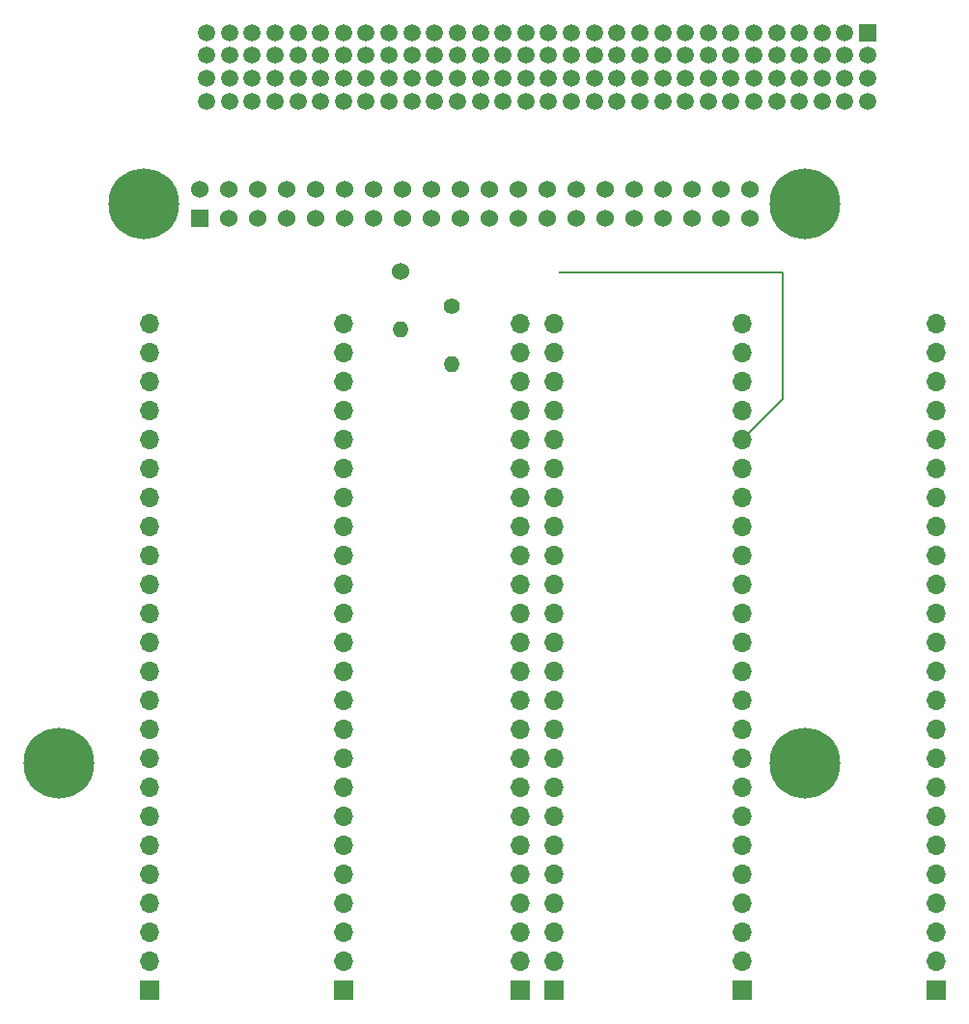
<source format=gbr>
%TF.GenerationSoftware,KiCad,Pcbnew,8.0.0*%
%TF.CreationDate,2025-01-08T23:24:48+02:00*%
%TF.ProjectId,diplomna_2024_pcb_layout,6469706c-6f6d-46e6-915f-323032345f70,rev?*%
%TF.SameCoordinates,Original*%
%TF.FileFunction,Copper,L3,Inr*%
%TF.FilePolarity,Positive*%
%FSLAX46Y46*%
G04 Gerber Fmt 4.6, Leading zero omitted, Abs format (unit mm)*
G04 Created by KiCad (PCBNEW 8.0.0) date 2025-01-08 23:24:48*
%MOMM*%
%LPD*%
G01*
G04 APERTURE LIST*
%TA.AperFunction,ComponentPad*%
%ADD10R,1.524000X1.524000*%
%TD*%
%TA.AperFunction,ComponentPad*%
%ADD11C,1.524000*%
%TD*%
%TA.AperFunction,ComponentPad*%
%ADD12C,6.200000*%
%TD*%
%TA.AperFunction,ComponentPad*%
%ADD13R,1.700000X1.700000*%
%TD*%
%TA.AperFunction,ComponentPad*%
%ADD14O,1.700000X1.700000*%
%TD*%
%TA.AperFunction,ComponentPad*%
%ADD15R,1.500000X1.500000*%
%TD*%
%TA.AperFunction,ComponentPad*%
%ADD16C,1.500000*%
%TD*%
%TA.AperFunction,ComponentPad*%
%ADD17O,1.400000X1.400000*%
%TD*%
%TA.AperFunction,ComponentPad*%
%ADD18C,1.400000*%
%TD*%
%TA.AperFunction,ViaPad*%
%ADD19C,0.300000*%
%TD*%
%TA.AperFunction,Conductor*%
%ADD20C,0.200000*%
%TD*%
G04 APERTURE END LIST*
D10*
%TO.N,3.3v*%
%TO.C,REF\u002A\u002A*%
X173370000Y-70770000D03*
D11*
%TO.N,VDD*%
X173370000Y-68230000D03*
%TO.N,sda_i2c*%
X175910000Y-70770000D03*
%TO.N,VDD*%
X175910000Y-68230000D03*
%TO.N,scl_i2c*%
X178450000Y-70770000D03*
%TO.N,GND*%
X178450000Y-68230000D03*
%TO.N,N/C*%
X180990000Y-70770000D03*
%TO.N,tx*%
X180990000Y-68230000D03*
%TO.N,GND*%
X183530000Y-70770000D03*
%TO.N,rx*%
X183530000Y-68230000D03*
%TO.N,N/C*%
X186070000Y-70770000D03*
X186070000Y-68230000D03*
X188610000Y-70770000D03*
%TO.N,GND*%
X188610000Y-68230000D03*
%TO.N,N/C*%
X191150000Y-70770000D03*
%TO.N,I/O*%
X191150000Y-68230000D03*
%TO.N,N/C*%
X193690000Y-70770000D03*
%TO.N,I/O*%
X193690000Y-68230000D03*
%TO.N,mosi*%
X196230000Y-70770000D03*
%TO.N,GND*%
X196230000Y-68230000D03*
%TO.N,miso*%
X198770000Y-70770000D03*
%TO.N,I/O*%
X198770000Y-68230000D03*
%TO.N,scl*%
X201310000Y-70770000D03*
%TO.N,I/O*%
X201310000Y-68230000D03*
%TO.N,GND*%
X203850000Y-70770000D03*
%TO.N,I/O*%
X203850000Y-68230000D03*
%TO.N,N/C*%
X206390000Y-70770000D03*
%TO.N,I/O*%
X206390000Y-68230000D03*
%TO.N,N/C*%
X208930000Y-70770000D03*
%TO.N,GND*%
X208930000Y-68230000D03*
%TO.N,N/C*%
X211470000Y-70770000D03*
X211470000Y-68230000D03*
X214010000Y-70770000D03*
%TO.N,GND*%
X214010000Y-68230000D03*
%TO.N,N/C*%
X216550000Y-70770000D03*
%TO.N,I/O*%
X216550000Y-68230000D03*
%TO.N,N/C*%
X219090000Y-70770000D03*
%TO.N,I/O*%
X219090000Y-68230000D03*
%TO.N,GND*%
X221630000Y-70770000D03*
%TO.N,I/O*%
X221630000Y-68230000D03*
D12*
%TO.N,GND*%
X168500000Y-69500000D03*
X226500000Y-69500000D03*
X226500000Y-118500000D03*
%TD*%
D13*
%TO.N,I/O*%
%TO.C,REF\u002A\u002A*%
X186000000Y-138400000D03*
D14*
X186000000Y-135860000D03*
X186000000Y-133320000D03*
X186000000Y-130780000D03*
X186000000Y-128240000D03*
X186000000Y-125700000D03*
X186000000Y-123160000D03*
%TO.N,N/C*%
X186000000Y-120620000D03*
%TO.N,CS*%
X186000000Y-118080000D03*
X186000000Y-115540000D03*
X186000000Y-113000000D03*
X186000000Y-110460000D03*
X186000000Y-107920000D03*
%TO.N,N/C*%
X186000000Y-105380000D03*
%TO.N,analog*%
X186000000Y-102840000D03*
X186000000Y-100300000D03*
%TO.N,CS*%
X186000000Y-97760000D03*
%TO.N,miso*%
X186000000Y-95220000D03*
%TO.N,mosi*%
X186000000Y-92680000D03*
%TO.N,scl*%
X186000000Y-90140000D03*
%TO.N,N/C*%
X186000000Y-87600000D03*
%TO.N,sda_i2c*%
X186000000Y-85060000D03*
%TO.N,scl_i2c*%
X186000000Y-82520000D03*
%TO.N,VDD*%
X186000000Y-79980000D03*
%TD*%
D12*
%TO.N,GND*%
%TO.C,*%
X161000000Y-118500000D03*
%TD*%
D14*
%TO.N,VDD*%
%TO.C,REF\u002A\u002A*%
X238000000Y-79980000D03*
%TO.N,N/C*%
X238000000Y-82520000D03*
X238000000Y-85060000D03*
X238000000Y-87600000D03*
X238000000Y-90140000D03*
X238000000Y-92680000D03*
X238000000Y-95220000D03*
X238000000Y-97760000D03*
X238000000Y-100300000D03*
X238000000Y-102840000D03*
X238000000Y-105380000D03*
X238000000Y-107920000D03*
X238000000Y-110460000D03*
X238000000Y-113000000D03*
X238000000Y-115540000D03*
X238000000Y-118080000D03*
X238000000Y-120620000D03*
X238000000Y-123160000D03*
X238000000Y-125700000D03*
X238000000Y-128240000D03*
X238000000Y-130780000D03*
X238000000Y-133320000D03*
X238000000Y-135860000D03*
D13*
X238000000Y-138400000D03*
%TD*%
%TO.N,I/O*%
%TO.C,REF\u002A\u002A*%
X204500000Y-138400000D03*
D14*
X204500000Y-135860000D03*
X204500000Y-133320000D03*
X204500000Y-130780000D03*
X204500000Y-128240000D03*
X204500000Y-125700000D03*
X204500000Y-123160000D03*
%TO.N,N/C*%
X204500000Y-120620000D03*
%TO.N,CS*%
X204500000Y-118080000D03*
X204500000Y-115540000D03*
X204500000Y-113000000D03*
X204500000Y-110460000D03*
X204500000Y-107920000D03*
%TO.N,N/C*%
X204500000Y-105380000D03*
%TO.N,analog*%
X204500000Y-102840000D03*
X204500000Y-100300000D03*
%TO.N,N/C*%
X204500000Y-97760000D03*
%TO.N,miso*%
X204500000Y-95220000D03*
%TO.N,mosi*%
X204500000Y-92680000D03*
%TO.N,scl*%
X204500000Y-90140000D03*
%TO.N,N/C*%
X204500000Y-87600000D03*
%TO.N,sda_i2c*%
X204500000Y-85060000D03*
%TO.N,scl_i2c*%
X204500000Y-82520000D03*
%TO.N,N/C*%
X204500000Y-79980000D03*
%TD*%
D13*
%TO.N,I/O*%
%TO.C,REF\u002A\u002A*%
X201500000Y-138400000D03*
D14*
X201500000Y-135860000D03*
X201500000Y-133320000D03*
X201500000Y-130780000D03*
X201500000Y-128240000D03*
X201500000Y-125700000D03*
X201500000Y-123160000D03*
%TO.N,N/C*%
X201500000Y-120620000D03*
%TO.N,CS*%
X201500000Y-118080000D03*
X201500000Y-115540000D03*
X201500000Y-113000000D03*
X201500000Y-110460000D03*
X201500000Y-107920000D03*
%TO.N,N/C*%
X201500000Y-105380000D03*
%TO.N,analog*%
X201500000Y-102840000D03*
X201500000Y-100300000D03*
%TO.N,N/C*%
X201500000Y-97760000D03*
%TO.N,miso*%
X201500000Y-95220000D03*
%TO.N,mosi*%
X201500000Y-92680000D03*
%TO.N,scl*%
X201500000Y-90140000D03*
%TO.N,N/C*%
X201500000Y-87600000D03*
%TO.N,sda_i2c*%
X201500000Y-85060000D03*
%TO.N,scl_i2c*%
X201500000Y-82520000D03*
%TO.N,N/C*%
X201500000Y-79980000D03*
%TD*%
D13*
%TO.N,N/C*%
%TO.C,REF\u002A\u002A*%
X169000000Y-138400000D03*
D14*
X169000000Y-135860000D03*
X169000000Y-133320000D03*
X169000000Y-130780000D03*
X169000000Y-128240000D03*
X169000000Y-125700000D03*
X169000000Y-123160000D03*
X169000000Y-120620000D03*
X169000000Y-118080000D03*
X169000000Y-115540000D03*
X169000000Y-113000000D03*
X169000000Y-110460000D03*
X169000000Y-107920000D03*
X169000000Y-105380000D03*
X169000000Y-102840000D03*
X169000000Y-100300000D03*
X169000000Y-97760000D03*
X169000000Y-95220000D03*
X169000000Y-92680000D03*
X169000000Y-90140000D03*
X169000000Y-87600000D03*
X169000000Y-85060000D03*
X169000000Y-82520000D03*
%TO.N,GND*%
X169000000Y-79980000D03*
%TD*%
D15*
%TO.N,N/C*%
%TO.C,J\u002A\u002A*%
X232000000Y-54500000D03*
D16*
X230000000Y-54500000D03*
X228000000Y-54500000D03*
X226000000Y-54500000D03*
X224000000Y-54500000D03*
X222000000Y-54500000D03*
X220000000Y-54500000D03*
X218000000Y-54500000D03*
X216000000Y-54500000D03*
X214000000Y-54500000D03*
X212000000Y-54500000D03*
X210000000Y-54500000D03*
X208000000Y-54500000D03*
X206000000Y-54500000D03*
X204000000Y-54500000D03*
X202000000Y-54500000D03*
X200000000Y-54500000D03*
X198000000Y-54500000D03*
X196000000Y-54500000D03*
X194000000Y-54500000D03*
X192000000Y-54500000D03*
X190000000Y-54500000D03*
X188000000Y-54500000D03*
X186000000Y-54500000D03*
X184000000Y-54500000D03*
X182000000Y-54500000D03*
X180000000Y-54500000D03*
X178000000Y-54500000D03*
X176000000Y-54500000D03*
%TO.N,GND*%
X174000000Y-54500000D03*
%TO.N,N/C*%
X232000000Y-56500000D03*
X230000000Y-56500000D03*
X228000000Y-56500000D03*
X226000000Y-56500000D03*
X224000000Y-56500000D03*
X222000000Y-56500000D03*
X220000000Y-56500000D03*
X218000000Y-56500000D03*
X216000000Y-56500000D03*
X214000000Y-56500000D03*
X212000000Y-56500000D03*
X210000000Y-56500000D03*
X208000000Y-56500000D03*
X206000000Y-56500000D03*
X204000000Y-56500000D03*
X202000000Y-56500000D03*
X200000000Y-56500000D03*
X198000000Y-56500000D03*
X196000000Y-56500000D03*
X194000000Y-56500000D03*
X192000000Y-56500000D03*
X190000000Y-56500000D03*
X188000000Y-56500000D03*
X186000000Y-56500000D03*
X184000000Y-56500000D03*
X182000000Y-56500000D03*
X180000000Y-56500000D03*
X178000000Y-56500000D03*
X176000000Y-56500000D03*
%TO.N,3.3v*%
X174000000Y-56500000D03*
%TO.N,N/C*%
X232000000Y-58500000D03*
X230000000Y-58500000D03*
X228000000Y-58500000D03*
X226000000Y-58500000D03*
X224000000Y-58500000D03*
X222000000Y-58500000D03*
X220000000Y-58500000D03*
X218000000Y-58500000D03*
X216000000Y-58500000D03*
X214000000Y-58500000D03*
X212000000Y-58500000D03*
X210000000Y-58500000D03*
X208000000Y-58500000D03*
X206000000Y-58500000D03*
X204000000Y-58500000D03*
X202000000Y-58500000D03*
X200000000Y-58500000D03*
X198000000Y-58500000D03*
X196000000Y-58500000D03*
X194000000Y-58500000D03*
X192000000Y-58500000D03*
X190000000Y-58500000D03*
X188000000Y-58500000D03*
X186000000Y-58500000D03*
X184000000Y-58500000D03*
X182000000Y-58500000D03*
X180000000Y-58500000D03*
X178000000Y-58500000D03*
X176000000Y-58500000D03*
%TO.N,VDD*%
X174000000Y-58500000D03*
%TO.N,N/C*%
X232000000Y-60500000D03*
X230000000Y-60500000D03*
X228000000Y-60500000D03*
X226000000Y-60500000D03*
X224000000Y-60500000D03*
X222000000Y-60500000D03*
X220000000Y-60500000D03*
X218000000Y-60500000D03*
X216000000Y-60500000D03*
%TO.N,I/O*%
X214000000Y-60500000D03*
X212000000Y-60500000D03*
X210000000Y-60500000D03*
%TO.N,N/C*%
X208000000Y-60500000D03*
X206000000Y-60500000D03*
X204000000Y-60500000D03*
X202000000Y-60500000D03*
%TO.N,I/O*%
X200000000Y-60500000D03*
X198000000Y-60500000D03*
X196000000Y-60500000D03*
X194000000Y-60500000D03*
X192000000Y-60500000D03*
X190000000Y-60500000D03*
%TO.N,N/C*%
X188000000Y-60500000D03*
%TO.N,rx*%
X186000000Y-60500000D03*
%TO.N,tx*%
X184000000Y-60500000D03*
%TO.N,N/C*%
X182000000Y-60500000D03*
%TO.N,scl_i2c*%
X180000000Y-60500000D03*
%TO.N,sda_i2c*%
X178000000Y-60500000D03*
%TO.N,N/C*%
X176000000Y-60500000D03*
%TO.N,VDD*%
X174000000Y-60500000D03*
%TD*%
D11*
%TO.N,VDD*%
%TO.C,REF\u002A\u002A*%
X191000000Y-75460000D03*
D17*
%TO.N,scl_i2c*%
X191000000Y-80540000D03*
%TD*%
D18*
%TO.N,VDD*%
%TO.C,REF\u002A\u002A*%
X195500000Y-78460000D03*
D17*
%TO.N,sda_i2c*%
X195500000Y-83540000D03*
%TD*%
D14*
%TO.N,GND*%
%TO.C,REF\u002A\u002A*%
X221000000Y-79980000D03*
%TO.N,scl_i2c*%
X221000000Y-82520000D03*
%TO.N,sda_i2c*%
X221000000Y-85060000D03*
%TO.N,N/C*%
X221000000Y-87600000D03*
%TO.N,scl*%
X221000000Y-90140000D03*
%TO.N,mosi*%
X221000000Y-92680000D03*
%TO.N,miso*%
X221000000Y-95220000D03*
%TO.N,CS*%
X221000000Y-97760000D03*
%TO.N,analog*%
X221000000Y-100300000D03*
X221000000Y-102840000D03*
%TO.N,N/C*%
X221000000Y-105380000D03*
%TO.N,CS*%
X221000000Y-107920000D03*
X221000000Y-110460000D03*
X221000000Y-113000000D03*
X221000000Y-115540000D03*
X221000000Y-118080000D03*
%TO.N,N/C*%
X221000000Y-120620000D03*
%TO.N,I/O*%
X221000000Y-123160000D03*
X221000000Y-125700000D03*
X221000000Y-128240000D03*
X221000000Y-130780000D03*
X221000000Y-133320000D03*
X221000000Y-135860000D03*
D13*
X221000000Y-138400000D03*
%TD*%
D19*
%TO.N,scl*%
X205000000Y-75500000D03*
%TD*%
D20*
%TO.N,scl*%
X224500000Y-86640000D02*
X221000000Y-90140000D01*
X205000000Y-75500000D02*
X224500000Y-75500000D01*
X224500000Y-75500000D02*
X224500000Y-86640000D01*
%TD*%
M02*

</source>
